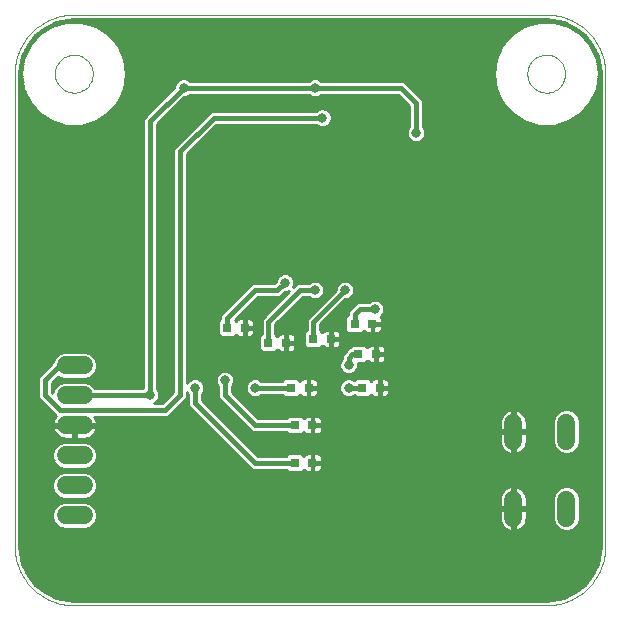
<source format=gtl>
G75*
G70*
%OFA0B0*%
%FSLAX24Y24*%
%IPPOS*%
%LPD*%
%AMOC8*
5,1,8,0,0,1.08239X$1,22.5*
%
%ADD10C,0.0000*%
%ADD11R,0.0315X0.0315*%
%ADD12C,0.0594*%
%ADD13C,0.0600*%
%ADD14C,0.0100*%
%ADD15C,0.0317*%
%ADD16C,0.0160*%
D10*
X000655Y002624D02*
X000655Y018372D01*
X001994Y018372D02*
X001996Y018422D01*
X002002Y018472D01*
X002012Y018521D01*
X002026Y018569D01*
X002043Y018616D01*
X002064Y018661D01*
X002089Y018705D01*
X002117Y018746D01*
X002149Y018785D01*
X002183Y018822D01*
X002220Y018856D01*
X002260Y018886D01*
X002302Y018913D01*
X002346Y018937D01*
X002392Y018958D01*
X002439Y018974D01*
X002487Y018987D01*
X002537Y018996D01*
X002586Y019001D01*
X002637Y019002D01*
X002687Y018999D01*
X002736Y018992D01*
X002785Y018981D01*
X002833Y018966D01*
X002879Y018948D01*
X002924Y018926D01*
X002967Y018900D01*
X003008Y018871D01*
X003047Y018839D01*
X003083Y018804D01*
X003115Y018766D01*
X003145Y018726D01*
X003172Y018683D01*
X003195Y018639D01*
X003214Y018593D01*
X003230Y018545D01*
X003242Y018496D01*
X003250Y018447D01*
X003254Y018397D01*
X003254Y018347D01*
X003250Y018297D01*
X003242Y018248D01*
X003230Y018199D01*
X003214Y018151D01*
X003195Y018105D01*
X003172Y018061D01*
X003145Y018018D01*
X003115Y017978D01*
X003083Y017940D01*
X003047Y017905D01*
X003008Y017873D01*
X002967Y017844D01*
X002924Y017818D01*
X002879Y017796D01*
X002833Y017778D01*
X002785Y017763D01*
X002736Y017752D01*
X002687Y017745D01*
X002637Y017742D01*
X002586Y017743D01*
X002537Y017748D01*
X002487Y017757D01*
X002439Y017770D01*
X002392Y017786D01*
X002346Y017807D01*
X002302Y017831D01*
X002260Y017858D01*
X002220Y017888D01*
X002183Y017922D01*
X002149Y017959D01*
X002117Y017998D01*
X002089Y018039D01*
X002064Y018083D01*
X002043Y018128D01*
X002026Y018175D01*
X002012Y018223D01*
X002002Y018272D01*
X001996Y018322D01*
X001994Y018372D01*
X000655Y018372D02*
X000657Y018466D01*
X000664Y018559D01*
X000675Y018652D01*
X000691Y018745D01*
X000711Y018836D01*
X000735Y018927D01*
X000763Y019016D01*
X000796Y019104D01*
X000833Y019190D01*
X000874Y019274D01*
X000919Y019357D01*
X000968Y019437D01*
X001020Y019514D01*
X001076Y019589D01*
X001136Y019661D01*
X001199Y019731D01*
X001265Y019797D01*
X001335Y019860D01*
X001407Y019920D01*
X001482Y019976D01*
X001559Y020028D01*
X001639Y020077D01*
X001722Y020122D01*
X001806Y020163D01*
X001892Y020200D01*
X001980Y020233D01*
X002069Y020261D01*
X002160Y020285D01*
X002251Y020305D01*
X002344Y020321D01*
X002437Y020332D01*
X002530Y020339D01*
X002624Y020341D01*
X002624Y020340D02*
X018372Y020340D01*
X017742Y018372D02*
X017744Y018422D01*
X017750Y018472D01*
X017760Y018521D01*
X017774Y018569D01*
X017791Y018616D01*
X017812Y018661D01*
X017837Y018705D01*
X017865Y018746D01*
X017897Y018785D01*
X017931Y018822D01*
X017968Y018856D01*
X018008Y018886D01*
X018050Y018913D01*
X018094Y018937D01*
X018140Y018958D01*
X018187Y018974D01*
X018235Y018987D01*
X018285Y018996D01*
X018334Y019001D01*
X018385Y019002D01*
X018435Y018999D01*
X018484Y018992D01*
X018533Y018981D01*
X018581Y018966D01*
X018627Y018948D01*
X018672Y018926D01*
X018715Y018900D01*
X018756Y018871D01*
X018795Y018839D01*
X018831Y018804D01*
X018863Y018766D01*
X018893Y018726D01*
X018920Y018683D01*
X018943Y018639D01*
X018962Y018593D01*
X018978Y018545D01*
X018990Y018496D01*
X018998Y018447D01*
X019002Y018397D01*
X019002Y018347D01*
X018998Y018297D01*
X018990Y018248D01*
X018978Y018199D01*
X018962Y018151D01*
X018943Y018105D01*
X018920Y018061D01*
X018893Y018018D01*
X018863Y017978D01*
X018831Y017940D01*
X018795Y017905D01*
X018756Y017873D01*
X018715Y017844D01*
X018672Y017818D01*
X018627Y017796D01*
X018581Y017778D01*
X018533Y017763D01*
X018484Y017752D01*
X018435Y017745D01*
X018385Y017742D01*
X018334Y017743D01*
X018285Y017748D01*
X018235Y017757D01*
X018187Y017770D01*
X018140Y017786D01*
X018094Y017807D01*
X018050Y017831D01*
X018008Y017858D01*
X017968Y017888D01*
X017931Y017922D01*
X017897Y017959D01*
X017865Y017998D01*
X017837Y018039D01*
X017812Y018083D01*
X017791Y018128D01*
X017774Y018175D01*
X017760Y018223D01*
X017750Y018272D01*
X017744Y018322D01*
X017742Y018372D01*
X018372Y020341D02*
X018466Y020339D01*
X018559Y020332D01*
X018652Y020321D01*
X018745Y020305D01*
X018836Y020285D01*
X018927Y020261D01*
X019016Y020233D01*
X019104Y020200D01*
X019190Y020163D01*
X019274Y020122D01*
X019356Y020077D01*
X019437Y020028D01*
X019514Y019976D01*
X019589Y019920D01*
X019661Y019860D01*
X019731Y019797D01*
X019797Y019731D01*
X019860Y019661D01*
X019920Y019589D01*
X019976Y019514D01*
X020028Y019437D01*
X020077Y019356D01*
X020122Y019274D01*
X020163Y019190D01*
X020200Y019104D01*
X020233Y019016D01*
X020261Y018927D01*
X020285Y018836D01*
X020305Y018745D01*
X020321Y018652D01*
X020332Y018559D01*
X020339Y018466D01*
X020341Y018372D01*
X020340Y018372D02*
X020340Y002624D01*
X020341Y002624D02*
X020339Y002530D01*
X020332Y002437D01*
X020321Y002344D01*
X020305Y002251D01*
X020285Y002160D01*
X020261Y002069D01*
X020233Y001980D01*
X020200Y001892D01*
X020163Y001806D01*
X020122Y001722D01*
X020077Y001640D01*
X020028Y001559D01*
X019976Y001482D01*
X019920Y001407D01*
X019860Y001335D01*
X019797Y001265D01*
X019731Y001199D01*
X019661Y001136D01*
X019589Y001076D01*
X019514Y001020D01*
X019437Y000968D01*
X019357Y000919D01*
X019274Y000874D01*
X019190Y000833D01*
X019104Y000796D01*
X019016Y000763D01*
X018927Y000735D01*
X018836Y000711D01*
X018745Y000691D01*
X018652Y000675D01*
X018559Y000664D01*
X018466Y000657D01*
X018372Y000655D01*
X002624Y000655D01*
X002530Y000657D01*
X002437Y000664D01*
X002344Y000675D01*
X002251Y000691D01*
X002160Y000711D01*
X002069Y000735D01*
X001980Y000763D01*
X001892Y000796D01*
X001806Y000833D01*
X001722Y000874D01*
X001639Y000919D01*
X001559Y000968D01*
X001482Y001020D01*
X001407Y001076D01*
X001335Y001136D01*
X001265Y001199D01*
X001199Y001265D01*
X001136Y001335D01*
X001076Y001407D01*
X001020Y001482D01*
X000968Y001559D01*
X000919Y001640D01*
X000874Y001722D01*
X000833Y001806D01*
X000796Y001892D01*
X000763Y001980D01*
X000735Y002069D01*
X000711Y002160D01*
X000691Y002251D01*
X000675Y002344D01*
X000664Y002437D01*
X000657Y002530D01*
X000655Y002624D01*
D11*
X007735Y009905D03*
X008325Y009905D03*
X009110Y009405D03*
X009700Y009405D03*
X010610Y009530D03*
X011200Y009530D03*
X011985Y010030D03*
X012575Y010030D03*
X012700Y009030D03*
X012110Y009030D03*
X012235Y007905D03*
X012825Y007905D03*
X010450Y007905D03*
X009860Y007905D03*
X009985Y006655D03*
X010575Y006655D03*
X010575Y005405D03*
X009985Y005405D03*
D12*
X002952Y005655D02*
X002358Y005655D01*
X002358Y006655D02*
X002952Y006655D01*
X002952Y007655D02*
X002358Y007655D01*
X002358Y008655D02*
X002952Y008655D01*
X002952Y004655D02*
X002358Y004655D01*
X002358Y003655D02*
X002952Y003655D01*
D13*
X017265Y003575D02*
X017265Y004175D01*
X019045Y004175D02*
X019045Y003575D01*
X019045Y006135D02*
X019045Y006735D01*
X017265Y006735D02*
X017265Y006135D01*
D14*
X001338Y001338D02*
X001084Y001656D01*
X000907Y002023D01*
X000816Y002420D01*
X000805Y002624D01*
X000805Y002656D01*
X000805Y002686D01*
X000805Y018372D01*
X000816Y018575D01*
X000907Y018972D01*
X001084Y019339D01*
X001338Y019658D01*
X001656Y019911D01*
X002023Y020088D01*
X002420Y020179D01*
X002624Y020190D01*
X018372Y020190D01*
X018575Y020179D01*
X018972Y020088D01*
X019339Y019911D01*
X019658Y019658D01*
X019911Y019339D01*
X020088Y018972D01*
X020179Y018575D01*
X020190Y018372D01*
X020190Y018319D01*
X020190Y018309D01*
X020190Y002624D01*
X020179Y002420D01*
X020088Y002023D01*
X019911Y001656D01*
X019658Y001338D01*
X019339Y001084D01*
X018972Y000907D01*
X018575Y000816D01*
X018372Y000805D01*
X018324Y000805D01*
X018309Y000805D01*
X002624Y000805D01*
X002420Y000816D01*
X002023Y000907D01*
X001656Y001084D01*
X001338Y001338D01*
X001332Y001345D02*
X019663Y001345D01*
X019742Y001443D02*
X001253Y001443D01*
X001175Y001542D02*
X019820Y001542D01*
X019899Y001641D02*
X001096Y001641D01*
X001044Y001739D02*
X019951Y001739D01*
X019999Y001838D02*
X000996Y001838D01*
X000949Y001936D02*
X020046Y001936D01*
X020091Y002035D02*
X000904Y002035D01*
X000882Y002133D02*
X020113Y002133D01*
X020136Y002232D02*
X000859Y002232D01*
X000837Y002330D02*
X020158Y002330D01*
X020179Y002429D02*
X000816Y002429D01*
X000810Y002527D02*
X020185Y002527D01*
X020190Y002626D02*
X000805Y002626D01*
X000805Y002725D02*
X020190Y002725D01*
X020190Y002823D02*
X000805Y002823D01*
X000805Y002922D02*
X020190Y002922D01*
X020190Y003020D02*
X000805Y003020D01*
X000805Y003119D02*
X020190Y003119D01*
X020190Y003217D02*
X019324Y003217D01*
X019300Y003194D02*
X019427Y003320D01*
X019495Y003486D01*
X019495Y004265D01*
X019427Y004430D01*
X019300Y004557D01*
X019135Y004625D01*
X018956Y004625D01*
X018790Y004557D01*
X018664Y004430D01*
X018595Y004265D01*
X018595Y003486D01*
X018664Y003320D01*
X018790Y003194D01*
X018956Y003125D01*
X019135Y003125D01*
X019300Y003194D01*
X019422Y003316D02*
X020190Y003316D01*
X020190Y003414D02*
X019466Y003414D01*
X019495Y003513D02*
X020190Y003513D01*
X020190Y003611D02*
X019495Y003611D01*
X019495Y003710D02*
X020190Y003710D01*
X020190Y003809D02*
X019495Y003809D01*
X019495Y003907D02*
X020190Y003907D01*
X020190Y004006D02*
X019495Y004006D01*
X019495Y004104D02*
X020190Y004104D01*
X020190Y004203D02*
X019495Y004203D01*
X019480Y004301D02*
X020190Y004301D01*
X020190Y004400D02*
X019439Y004400D01*
X019358Y004498D02*
X020190Y004498D01*
X020190Y004597D02*
X019203Y004597D01*
X018887Y004597D02*
X017423Y004597D01*
X017438Y004592D02*
X017370Y004614D01*
X017315Y004623D01*
X017315Y003925D01*
X017215Y003925D01*
X017215Y003825D01*
X016815Y003825D01*
X016815Y003540D01*
X016826Y003470D01*
X016848Y003402D01*
X016880Y003339D01*
X016922Y003282D01*
X016972Y003232D01*
X017029Y003190D01*
X017092Y003158D01*
X017160Y003136D01*
X017215Y003127D01*
X017215Y003825D01*
X017315Y003825D01*
X017315Y003127D01*
X017370Y003136D01*
X017438Y003158D01*
X017501Y003190D01*
X017558Y003232D01*
X017608Y003282D01*
X017650Y003339D01*
X017682Y003402D01*
X017704Y003470D01*
X017715Y003540D01*
X017715Y003825D01*
X017315Y003825D01*
X017315Y003925D01*
X017715Y003925D01*
X017715Y004211D01*
X017704Y004280D01*
X017682Y004348D01*
X017650Y004411D01*
X017608Y004468D01*
X017558Y004518D01*
X017501Y004560D01*
X017438Y004592D01*
X017315Y004597D02*
X017215Y004597D01*
X017215Y004623D02*
X017160Y004614D01*
X017092Y004592D01*
X017029Y004560D01*
X016972Y004518D01*
X016922Y004468D01*
X016880Y004411D01*
X016848Y004348D01*
X016826Y004280D01*
X016815Y004211D01*
X016815Y003925D01*
X017215Y003925D01*
X017215Y004623D01*
X017107Y004597D02*
X003399Y004597D01*
X003399Y004566D02*
X003399Y004744D01*
X003331Y004908D01*
X003205Y005034D01*
X003041Y005102D01*
X002269Y005102D01*
X002105Y005034D01*
X001979Y004908D01*
X001911Y004744D01*
X001911Y004566D01*
X001979Y004402D01*
X002105Y004276D01*
X002269Y004208D01*
X003041Y004208D01*
X003205Y004276D01*
X003331Y004402D01*
X003399Y004566D01*
X003371Y004498D02*
X016952Y004498D01*
X016875Y004400D02*
X003329Y004400D01*
X003230Y004301D02*
X016833Y004301D01*
X016815Y004203D02*
X000805Y004203D01*
X000805Y004301D02*
X002080Y004301D01*
X001982Y004400D02*
X000805Y004400D01*
X000805Y004498D02*
X001940Y004498D01*
X001911Y004597D02*
X000805Y004597D01*
X000805Y004695D02*
X001911Y004695D01*
X001932Y004794D02*
X000805Y004794D01*
X000805Y004892D02*
X001973Y004892D01*
X002062Y004991D02*
X000805Y004991D01*
X000805Y005090D02*
X002240Y005090D01*
X002269Y005208D02*
X002105Y005276D01*
X001979Y005402D01*
X001911Y005566D01*
X001911Y005744D01*
X001979Y005908D01*
X002105Y006034D01*
X002269Y006102D01*
X003041Y006102D01*
X003205Y006034D01*
X003331Y005908D01*
X003399Y005744D01*
X003399Y005566D01*
X003331Y005402D01*
X003205Y005276D01*
X003041Y005208D01*
X002269Y005208D01*
X002095Y005287D02*
X000805Y005287D01*
X000805Y005385D02*
X001996Y005385D01*
X001946Y005484D02*
X000805Y005484D01*
X000805Y005582D02*
X001911Y005582D01*
X001911Y005681D02*
X000805Y005681D01*
X000805Y005779D02*
X001926Y005779D01*
X001967Y005878D02*
X000805Y005878D01*
X000805Y005976D02*
X002048Y005976D01*
X002204Y006075D02*
X000805Y006075D01*
X000805Y006174D02*
X007561Y006174D01*
X007463Y006272D02*
X003184Y006272D01*
X003186Y006273D02*
X003243Y006314D01*
X003293Y006364D01*
X003334Y006421D01*
X003366Y006484D01*
X003388Y006550D01*
X003397Y006607D01*
X002704Y006607D01*
X002704Y006704D01*
X003397Y006704D01*
X003388Y006760D01*
X003366Y006827D01*
X003334Y006889D01*
X003308Y006925D01*
X005560Y006925D01*
X005750Y006925D01*
X006250Y007425D01*
X006385Y007560D01*
X006385Y007751D01*
X006394Y007730D01*
X006425Y007699D01*
X006425Y007500D01*
X006425Y007310D01*
X008425Y005310D01*
X008560Y005175D01*
X009688Y005175D01*
X009765Y005098D01*
X010204Y005098D01*
X010285Y005178D01*
X010298Y005156D01*
X010326Y005128D01*
X010360Y005108D01*
X010398Y005098D01*
X010547Y005098D01*
X010547Y005376D01*
X010604Y005376D01*
X010604Y005098D01*
X010753Y005098D01*
X010791Y005108D01*
X010825Y005128D01*
X010853Y005156D01*
X010873Y005190D01*
X010883Y005228D01*
X010883Y005376D01*
X010604Y005376D01*
X010604Y005434D01*
X010547Y005434D01*
X010547Y005713D01*
X010398Y005713D01*
X010360Y005702D01*
X010326Y005683D01*
X010298Y005655D01*
X010285Y005632D01*
X010204Y005713D01*
X009765Y005713D01*
X009688Y005635D01*
X008750Y005635D01*
X006885Y007500D01*
X006885Y007699D01*
X006917Y007730D01*
X006964Y007844D01*
X006964Y007966D01*
X006917Y008080D01*
X006830Y008167D01*
X006716Y008214D01*
X006594Y008214D01*
X006480Y008167D01*
X006394Y008080D01*
X006385Y008059D01*
X006385Y015685D01*
X007375Y016675D01*
X010699Y016675D01*
X010730Y016644D01*
X010844Y016597D01*
X010966Y016597D01*
X011080Y016644D01*
X011167Y016730D01*
X011214Y016844D01*
X011214Y016966D01*
X011167Y017080D01*
X011080Y017167D01*
X010966Y017214D01*
X010844Y017214D01*
X010730Y017167D01*
X010699Y017135D01*
X007375Y017135D01*
X007185Y017135D01*
X005925Y015875D01*
X005925Y015685D01*
X005925Y007750D01*
X005450Y007750D01*
X005464Y007716D02*
X005417Y007830D01*
X005385Y007861D01*
X005385Y016685D01*
X006297Y017597D01*
X006341Y017597D01*
X006455Y017644D01*
X006486Y017675D01*
X010449Y017675D01*
X010480Y017644D01*
X010594Y017597D01*
X010716Y017597D01*
X010830Y017644D01*
X010861Y017675D01*
X013435Y017675D01*
X013800Y017310D01*
X013800Y016611D01*
X013769Y016580D01*
X013722Y016466D01*
X013722Y016344D01*
X013769Y016230D01*
X013855Y016144D01*
X013969Y016097D01*
X014091Y016097D01*
X014205Y016144D01*
X014292Y016230D01*
X014339Y016344D01*
X014339Y016466D01*
X014292Y016580D01*
X014260Y016611D01*
X014260Y017310D01*
X014260Y017500D01*
X013760Y018000D01*
X013625Y018135D01*
X010861Y018135D01*
X010830Y018167D01*
X010716Y018214D01*
X010594Y018214D01*
X010480Y018167D01*
X010449Y018135D01*
X006486Y018135D01*
X006455Y018167D01*
X006341Y018214D01*
X006219Y018214D01*
X006105Y018167D01*
X006019Y018080D01*
X005972Y017966D01*
X005972Y017922D01*
X004925Y016875D01*
X004925Y016685D01*
X004925Y007885D01*
X003340Y007885D01*
X003331Y007908D01*
X003205Y008034D01*
X003041Y008102D01*
X002269Y008102D01*
X002105Y008034D01*
X001979Y007908D01*
X001911Y007744D01*
X001911Y007724D01*
X001885Y007750D01*
X001914Y007750D01*
X001885Y007750D02*
X001885Y008060D01*
X002103Y008278D01*
X002105Y008276D01*
X002269Y008208D01*
X003041Y008208D01*
X003205Y008276D01*
X003331Y008402D01*
X003399Y008566D01*
X003399Y008744D01*
X003331Y008908D01*
X003205Y009034D01*
X003041Y009102D01*
X002269Y009102D01*
X002105Y009034D01*
X001979Y008908D01*
X001911Y008744D01*
X001911Y008737D01*
X001560Y008385D01*
X001425Y008250D01*
X001425Y007750D01*
X000805Y007750D01*
X000805Y007652D02*
X001425Y007652D01*
X001425Y007560D02*
X001925Y007060D01*
X002028Y006957D01*
X002017Y006946D01*
X001976Y006889D01*
X001944Y006827D01*
X001922Y006760D01*
X001914Y006704D01*
X002606Y006704D01*
X002606Y006607D01*
X001914Y006607D01*
X001922Y006550D01*
X001944Y006484D01*
X001976Y006421D01*
X002017Y006364D01*
X002067Y006314D01*
X002124Y006273D01*
X002187Y006241D01*
X002254Y006219D01*
X002323Y006208D01*
X002607Y006208D01*
X002607Y006606D01*
X002704Y006606D01*
X002704Y006208D01*
X002987Y006208D01*
X003057Y006219D01*
X003124Y006241D01*
X003186Y006273D01*
X003298Y006371D02*
X007364Y006371D01*
X007266Y006469D02*
X003359Y006469D01*
X003391Y006568D02*
X007167Y006568D01*
X007069Y006666D02*
X002704Y006666D01*
X002606Y006666D02*
X000805Y006666D01*
X000805Y006568D02*
X001920Y006568D01*
X001951Y006469D02*
X000805Y006469D01*
X000805Y006371D02*
X002013Y006371D01*
X002126Y006272D02*
X000805Y006272D01*
X000805Y006765D02*
X001924Y006765D01*
X001963Y006863D02*
X000805Y006863D01*
X000805Y006962D02*
X002023Y006962D01*
X001925Y007060D02*
X000805Y007060D01*
X000805Y007159D02*
X001826Y007159D01*
X001727Y007258D02*
X000805Y007258D01*
X000805Y007356D02*
X001629Y007356D01*
X001530Y007455D02*
X000805Y007455D01*
X000805Y007553D02*
X001432Y007553D01*
X001425Y007560D02*
X001425Y007750D01*
X001425Y007849D02*
X000805Y007849D01*
X000805Y007947D02*
X001425Y007947D01*
X001425Y008046D02*
X000805Y008046D01*
X000805Y008144D02*
X001425Y008144D01*
X001425Y008243D02*
X000805Y008243D01*
X000805Y008341D02*
X001516Y008341D01*
X001615Y008440D02*
X000805Y008440D01*
X000805Y008539D02*
X001713Y008539D01*
X001812Y008637D02*
X000805Y008637D01*
X000805Y008736D02*
X001910Y008736D01*
X001949Y008834D02*
X000805Y008834D01*
X000805Y008933D02*
X002004Y008933D01*
X002103Y009031D02*
X000805Y009031D01*
X000805Y009130D02*
X004925Y009130D01*
X004925Y009228D02*
X000805Y009228D01*
X000805Y009327D02*
X004925Y009327D01*
X004925Y009425D02*
X000805Y009425D01*
X000805Y009524D02*
X004925Y009524D01*
X004925Y009623D02*
X000805Y009623D01*
X000805Y009721D02*
X004925Y009721D01*
X004925Y009820D02*
X000805Y009820D01*
X000805Y009918D02*
X004925Y009918D01*
X004925Y010017D02*
X000805Y010017D01*
X000805Y010115D02*
X004925Y010115D01*
X004925Y010214D02*
X000805Y010214D01*
X000805Y010312D02*
X004925Y010312D01*
X004925Y010411D02*
X000805Y010411D01*
X000805Y010509D02*
X004925Y010509D01*
X004925Y010608D02*
X000805Y010608D01*
X000805Y010707D02*
X004925Y010707D01*
X004925Y010805D02*
X000805Y010805D01*
X000805Y010904D02*
X004925Y010904D01*
X004925Y011002D02*
X000805Y011002D01*
X000805Y011101D02*
X004925Y011101D01*
X004925Y011199D02*
X000805Y011199D01*
X000805Y011298D02*
X004925Y011298D01*
X004925Y011396D02*
X000805Y011396D01*
X000805Y011495D02*
X004925Y011495D01*
X004925Y011593D02*
X000805Y011593D01*
X000805Y011692D02*
X004925Y011692D01*
X004925Y011791D02*
X000805Y011791D01*
X000805Y011889D02*
X004925Y011889D01*
X004925Y011988D02*
X000805Y011988D01*
X000805Y012086D02*
X004925Y012086D01*
X004925Y012185D02*
X000805Y012185D01*
X000805Y012283D02*
X004925Y012283D01*
X004925Y012382D02*
X000805Y012382D01*
X000805Y012480D02*
X004925Y012480D01*
X004925Y012579D02*
X000805Y012579D01*
X000805Y012677D02*
X004925Y012677D01*
X004925Y012776D02*
X000805Y012776D01*
X000805Y012874D02*
X004925Y012874D01*
X004925Y012973D02*
X000805Y012973D01*
X000805Y013072D02*
X004925Y013072D01*
X004925Y013170D02*
X000805Y013170D01*
X000805Y013269D02*
X004925Y013269D01*
X004925Y013367D02*
X000805Y013367D01*
X000805Y013466D02*
X004925Y013466D01*
X004925Y013564D02*
X000805Y013564D01*
X000805Y013663D02*
X004925Y013663D01*
X004925Y013761D02*
X000805Y013761D01*
X000805Y013860D02*
X004925Y013860D01*
X004925Y013958D02*
X000805Y013958D01*
X000805Y014057D02*
X004925Y014057D01*
X004925Y014156D02*
X000805Y014156D01*
X000805Y014254D02*
X004925Y014254D01*
X004925Y014353D02*
X000805Y014353D01*
X000805Y014451D02*
X004925Y014451D01*
X004925Y014550D02*
X000805Y014550D01*
X000805Y014648D02*
X004925Y014648D01*
X004925Y014747D02*
X000805Y014747D01*
X000805Y014845D02*
X004925Y014845D01*
X004925Y014944D02*
X000805Y014944D01*
X000805Y015042D02*
X004925Y015042D01*
X004925Y015141D02*
X000805Y015141D01*
X000805Y015240D02*
X004925Y015240D01*
X004925Y015338D02*
X000805Y015338D01*
X000805Y015437D02*
X004925Y015437D01*
X004925Y015535D02*
X000805Y015535D01*
X000805Y015634D02*
X004925Y015634D01*
X004925Y015732D02*
X000805Y015732D01*
X000805Y015831D02*
X004925Y015831D01*
X004925Y015929D02*
X000805Y015929D01*
X000805Y016028D02*
X004925Y016028D01*
X004925Y016126D02*
X000805Y016126D01*
X000805Y016225D02*
X004925Y016225D01*
X004925Y016324D02*
X000805Y016324D01*
X000805Y016422D02*
X004925Y016422D01*
X004925Y016521D02*
X000805Y016521D01*
X000805Y016619D02*
X004925Y016619D01*
X004925Y016718D02*
X003139Y016718D01*
X003351Y016780D02*
X003351Y016780D01*
X003770Y017049D01*
X004096Y017426D01*
X004303Y017879D01*
X004374Y018372D01*
X004303Y018865D01*
X004096Y019318D01*
X003770Y019694D01*
X003770Y019694D01*
X003351Y019963D01*
X003351Y019963D01*
X002873Y020104D01*
X002873Y020104D01*
X002375Y020104D01*
X002375Y020104D01*
X001897Y019963D01*
X001478Y019694D01*
X001478Y019694D01*
X001151Y019318D01*
X001151Y019318D01*
X000944Y018865D01*
X000944Y018865D01*
X000874Y018372D01*
X000874Y018372D01*
X000944Y017879D01*
X000944Y017879D01*
X001151Y017426D01*
X001151Y017426D01*
X001478Y017049D01*
X001897Y016780D01*
X002375Y016639D01*
X002873Y016639D01*
X003351Y016780D01*
X003407Y016816D02*
X004925Y016816D01*
X004965Y016915D02*
X003561Y016915D01*
X003714Y017013D02*
X005063Y017013D01*
X005162Y017112D02*
X003824Y017112D01*
X003770Y017049D02*
X003770Y017049D01*
X003770Y017049D01*
X003909Y017210D02*
X005260Y017210D01*
X005359Y017309D02*
X003995Y017309D01*
X004080Y017407D02*
X005457Y017407D01*
X005556Y017506D02*
X004133Y017506D01*
X004096Y017426D02*
X004096Y017426D01*
X004178Y017605D02*
X005654Y017605D01*
X005753Y017703D02*
X004223Y017703D01*
X004268Y017802D02*
X005851Y017802D01*
X005950Y017900D02*
X004306Y017900D01*
X004303Y017879D02*
X004303Y017879D01*
X004320Y017999D02*
X005985Y017999D01*
X006036Y018097D02*
X004334Y018097D01*
X004348Y018196D02*
X006176Y018196D01*
X006384Y018196D02*
X010551Y018196D01*
X010759Y018196D02*
X016647Y018196D01*
X016633Y018294D02*
X004362Y018294D01*
X004371Y018393D02*
X016625Y018393D01*
X016622Y018372D02*
X016622Y018372D01*
X016693Y018865D01*
X016693Y018865D01*
X016899Y019318D01*
X016899Y019318D01*
X017226Y019694D01*
X017226Y019694D01*
X017645Y019963D01*
X017645Y019963D01*
X018123Y020104D01*
X018123Y020104D01*
X018621Y020104D01*
X018621Y020104D01*
X019099Y019963D01*
X019099Y019963D01*
X019518Y019694D01*
X019518Y019694D01*
X019844Y019318D01*
X019844Y019318D01*
X020051Y018865D01*
X020051Y018865D01*
X020122Y018372D01*
X020051Y017879D01*
X020051Y017879D01*
X019844Y017426D01*
X019844Y017426D01*
X019518Y017049D01*
X019518Y017049D01*
X019099Y016780D01*
X018621Y016639D01*
X018123Y016639D01*
X018123Y016639D01*
X017645Y016780D01*
X017645Y016780D01*
X017226Y017049D01*
X017226Y017049D01*
X016899Y017426D01*
X016899Y017426D01*
X016693Y017879D01*
X016693Y017879D01*
X016622Y018372D01*
X016639Y018491D02*
X004356Y018491D01*
X004342Y018590D02*
X016653Y018590D01*
X016667Y018689D02*
X004328Y018689D01*
X004314Y018787D02*
X016681Y018787D01*
X016702Y018886D02*
X004293Y018886D01*
X004303Y018865D02*
X004303Y018865D01*
X004248Y018984D02*
X016747Y018984D01*
X016792Y019083D02*
X004203Y019083D01*
X004158Y019181D02*
X016837Y019181D01*
X016882Y019280D02*
X004113Y019280D01*
X004096Y019318D02*
X004096Y019318D01*
X004043Y019378D02*
X016952Y019378D01*
X017037Y019477D02*
X003958Y019477D01*
X003873Y019575D02*
X017123Y019575D01*
X017208Y019674D02*
X003787Y019674D01*
X003648Y019773D02*
X017348Y019773D01*
X017226Y019694D02*
X017226Y019694D01*
X017501Y019871D02*
X003494Y019871D01*
X003330Y019970D02*
X017666Y019970D01*
X018001Y020068D02*
X002994Y020068D01*
X002367Y020167D02*
X018628Y020167D01*
X018742Y020068D02*
X019014Y020068D01*
X019078Y019970D02*
X019218Y019970D01*
X019242Y019871D02*
X019390Y019871D01*
X019396Y019773D02*
X019513Y019773D01*
X019535Y019674D02*
X019637Y019674D01*
X019621Y019575D02*
X019723Y019575D01*
X019706Y019477D02*
X019802Y019477D01*
X019791Y019378D02*
X019880Y019378D01*
X019861Y019280D02*
X019940Y019280D01*
X019906Y019181D02*
X019987Y019181D01*
X019951Y019083D02*
X020035Y019083D01*
X019996Y018984D02*
X020082Y018984D01*
X020108Y018886D02*
X020041Y018886D01*
X020062Y018787D02*
X020130Y018787D01*
X020153Y018689D02*
X020076Y018689D01*
X020090Y018590D02*
X020175Y018590D01*
X020183Y018491D02*
X020104Y018491D01*
X020119Y018393D02*
X020189Y018393D01*
X020190Y018294D02*
X020110Y018294D01*
X020096Y018196D02*
X020190Y018196D01*
X020190Y018097D02*
X020082Y018097D01*
X020068Y017999D02*
X020190Y017999D01*
X020190Y017900D02*
X020054Y017900D01*
X020016Y017802D02*
X020190Y017802D01*
X020190Y017703D02*
X019971Y017703D01*
X019926Y017605D02*
X020190Y017605D01*
X020190Y017506D02*
X019881Y017506D01*
X019828Y017407D02*
X020190Y017407D01*
X020190Y017309D02*
X019743Y017309D01*
X019657Y017210D02*
X020190Y017210D01*
X020190Y017112D02*
X019572Y017112D01*
X019462Y017013D02*
X020190Y017013D01*
X020190Y016915D02*
X019309Y016915D01*
X019155Y016816D02*
X020190Y016816D01*
X020190Y016718D02*
X018887Y016718D01*
X017856Y016718D02*
X014260Y016718D01*
X014260Y016816D02*
X017588Y016816D01*
X017435Y016915D02*
X014260Y016915D01*
X014260Y017013D02*
X017281Y017013D01*
X017171Y017112D02*
X014260Y017112D01*
X014260Y017210D02*
X017086Y017210D01*
X017000Y017309D02*
X014260Y017309D01*
X014260Y017407D02*
X016915Y017407D01*
X016863Y017506D02*
X014254Y017506D01*
X014156Y017605D02*
X016818Y017605D01*
X016773Y017703D02*
X014057Y017703D01*
X013959Y017802D02*
X016728Y017802D01*
X016689Y017900D02*
X013860Y017900D01*
X013762Y017999D02*
X016675Y017999D01*
X016661Y018097D02*
X013663Y018097D01*
X013505Y017605D02*
X010735Y017605D01*
X010575Y017605D02*
X006360Y017605D01*
X006206Y017506D02*
X013604Y017506D01*
X013702Y017407D02*
X006108Y017407D01*
X006009Y017309D02*
X013800Y017309D01*
X013800Y017210D02*
X010974Y017210D01*
X010836Y017210D02*
X005911Y017210D01*
X005812Y017112D02*
X007162Y017112D01*
X007063Y017013D02*
X005714Y017013D01*
X005615Y016915D02*
X006965Y016915D01*
X006866Y016816D02*
X005516Y016816D01*
X005418Y016718D02*
X006767Y016718D01*
X006669Y016619D02*
X005385Y016619D01*
X005385Y016521D02*
X006570Y016521D01*
X006472Y016422D02*
X005385Y016422D01*
X005385Y016324D02*
X006373Y016324D01*
X006275Y016225D02*
X005385Y016225D01*
X005385Y016126D02*
X006176Y016126D01*
X006078Y016028D02*
X005385Y016028D01*
X005385Y015929D02*
X005979Y015929D01*
X005925Y015831D02*
X005385Y015831D01*
X005385Y015732D02*
X005925Y015732D01*
X005925Y015634D02*
X005385Y015634D01*
X005385Y015535D02*
X005925Y015535D01*
X005925Y015437D02*
X005385Y015437D01*
X005385Y015338D02*
X005925Y015338D01*
X005925Y015240D02*
X005385Y015240D01*
X005385Y015141D02*
X005925Y015141D01*
X005925Y015042D02*
X005385Y015042D01*
X005385Y014944D02*
X005925Y014944D01*
X005925Y014845D02*
X005385Y014845D01*
X005385Y014747D02*
X005925Y014747D01*
X005925Y014648D02*
X005385Y014648D01*
X005385Y014550D02*
X005925Y014550D01*
X005925Y014451D02*
X005385Y014451D01*
X005385Y014353D02*
X005925Y014353D01*
X005925Y014254D02*
X005385Y014254D01*
X005385Y014156D02*
X005925Y014156D01*
X005925Y014057D02*
X005385Y014057D01*
X005385Y013958D02*
X005925Y013958D01*
X005925Y013860D02*
X005385Y013860D01*
X005385Y013761D02*
X005925Y013761D01*
X005925Y013663D02*
X005385Y013663D01*
X005385Y013564D02*
X005925Y013564D01*
X005925Y013466D02*
X005385Y013466D01*
X005385Y013367D02*
X005925Y013367D01*
X005925Y013269D02*
X005385Y013269D01*
X005385Y013170D02*
X005925Y013170D01*
X005925Y013072D02*
X005385Y013072D01*
X005385Y012973D02*
X005925Y012973D01*
X005925Y012874D02*
X005385Y012874D01*
X005385Y012776D02*
X005925Y012776D01*
X005925Y012677D02*
X005385Y012677D01*
X005385Y012579D02*
X005925Y012579D01*
X005925Y012480D02*
X005385Y012480D01*
X005385Y012382D02*
X005925Y012382D01*
X005925Y012283D02*
X005385Y012283D01*
X005385Y012185D02*
X005925Y012185D01*
X005925Y012086D02*
X005385Y012086D01*
X005385Y011988D02*
X005925Y011988D01*
X005925Y011889D02*
X005385Y011889D01*
X005385Y011791D02*
X005925Y011791D01*
X005925Y011692D02*
X005385Y011692D01*
X005385Y011593D02*
X005925Y011593D01*
X005925Y011495D02*
X005385Y011495D01*
X005385Y011396D02*
X005925Y011396D01*
X005925Y011298D02*
X005385Y011298D01*
X005385Y011199D02*
X005925Y011199D01*
X005925Y011101D02*
X005385Y011101D01*
X005385Y011002D02*
X005925Y011002D01*
X005925Y010904D02*
X005385Y010904D01*
X005385Y010805D02*
X005925Y010805D01*
X005925Y010707D02*
X005385Y010707D01*
X005385Y010608D02*
X005925Y010608D01*
X005925Y010509D02*
X005385Y010509D01*
X005385Y010411D02*
X005925Y010411D01*
X005925Y010312D02*
X005385Y010312D01*
X005385Y010214D02*
X005925Y010214D01*
X005925Y010115D02*
X005385Y010115D01*
X005385Y010017D02*
X005925Y010017D01*
X005925Y009918D02*
X005385Y009918D01*
X005385Y009820D02*
X005925Y009820D01*
X005925Y009721D02*
X005385Y009721D01*
X005385Y009623D02*
X005925Y009623D01*
X005925Y009524D02*
X005385Y009524D01*
X005385Y009425D02*
X005925Y009425D01*
X005925Y009327D02*
X005385Y009327D01*
X005385Y009228D02*
X005925Y009228D01*
X005925Y009130D02*
X005385Y009130D01*
X005385Y009031D02*
X005925Y009031D01*
X005925Y008933D02*
X005385Y008933D01*
X005385Y008834D02*
X005925Y008834D01*
X005925Y008736D02*
X005385Y008736D01*
X005385Y008637D02*
X005925Y008637D01*
X005925Y008539D02*
X005385Y008539D01*
X005385Y008440D02*
X005925Y008440D01*
X005925Y008341D02*
X005385Y008341D01*
X005385Y008243D02*
X005925Y008243D01*
X005925Y008144D02*
X005385Y008144D01*
X005385Y008046D02*
X005925Y008046D01*
X005925Y007947D02*
X005385Y007947D01*
X005398Y007849D02*
X005925Y007849D01*
X005925Y007750D02*
X005560Y007385D01*
X005309Y007385D01*
X005330Y007394D01*
X005417Y007480D01*
X005464Y007594D01*
X005464Y007716D01*
X005464Y007652D02*
X005826Y007652D01*
X005728Y007553D02*
X005447Y007553D01*
X005391Y007455D02*
X005629Y007455D01*
X005984Y007159D02*
X006576Y007159D01*
X006477Y007258D02*
X006083Y007258D01*
X006181Y007356D02*
X006425Y007356D01*
X006425Y007455D02*
X006280Y007455D01*
X006378Y007553D02*
X006425Y007553D01*
X006425Y007652D02*
X006385Y007652D01*
X006385Y007750D02*
X006385Y007750D01*
X006385Y008144D02*
X006458Y008144D01*
X006385Y008243D02*
X007358Y008243D01*
X007347Y008216D02*
X007347Y008094D01*
X007394Y007980D01*
X007425Y007949D01*
X007425Y007750D01*
X006925Y007750D01*
X006964Y007849D02*
X007425Y007849D01*
X007425Y007947D02*
X006964Y007947D01*
X006931Y008046D02*
X007366Y008046D01*
X007347Y008144D02*
X006852Y008144D01*
X006385Y008341D02*
X007405Y008341D01*
X007394Y008330D02*
X007347Y008216D01*
X007394Y008330D02*
X007480Y008417D01*
X007594Y008464D01*
X007716Y008464D01*
X007830Y008417D01*
X007917Y008330D01*
X007964Y008216D01*
X007964Y008094D01*
X007917Y007980D01*
X007885Y007949D01*
X007885Y007750D01*
X008385Y007750D01*
X008394Y007730D02*
X008480Y007644D01*
X008594Y007597D01*
X008716Y007597D01*
X008830Y007644D01*
X008861Y007675D01*
X009563Y007675D01*
X009640Y007598D01*
X010079Y007598D01*
X010160Y007678D01*
X010173Y007656D01*
X010201Y007628D01*
X010235Y007608D01*
X010273Y007598D01*
X010422Y007598D01*
X010422Y007876D01*
X010479Y007876D01*
X010479Y007598D01*
X010628Y007598D01*
X010666Y007608D01*
X010700Y007628D01*
X010728Y007656D01*
X010748Y007690D01*
X010758Y007728D01*
X010758Y007876D01*
X010479Y007876D01*
X010479Y007934D01*
X010422Y007934D01*
X010422Y008213D01*
X010273Y008213D01*
X010235Y008202D01*
X010201Y008183D01*
X010173Y008155D01*
X010160Y008132D01*
X010079Y008213D01*
X009640Y008213D01*
X009563Y008135D01*
X008861Y008135D01*
X008830Y008167D01*
X008716Y008214D01*
X008594Y008214D01*
X008480Y008167D01*
X008394Y008080D01*
X008347Y007966D01*
X008347Y007844D01*
X008394Y007730D01*
X008472Y007652D02*
X007984Y007652D01*
X008082Y007553D02*
X020190Y007553D01*
X020190Y007455D02*
X008181Y007455D01*
X008279Y007356D02*
X020190Y007356D01*
X020190Y007258D02*
X008378Y007258D01*
X008476Y007159D02*
X017113Y007159D01*
X017092Y007152D02*
X017029Y007120D01*
X016972Y007078D01*
X016922Y007028D01*
X016880Y006971D01*
X016848Y006908D01*
X016826Y006840D01*
X016815Y006771D01*
X016815Y006485D01*
X017215Y006485D01*
X017215Y006385D01*
X016815Y006385D01*
X016815Y006100D01*
X016826Y006030D01*
X016848Y005962D01*
X016880Y005899D01*
X016922Y005842D01*
X016972Y005792D01*
X017029Y005750D01*
X017092Y005718D01*
X017160Y005696D01*
X017215Y005687D01*
X017215Y006385D01*
X017315Y006385D01*
X017315Y005687D01*
X017370Y005696D01*
X017438Y005718D01*
X017501Y005750D01*
X017558Y005792D01*
X017608Y005842D01*
X017650Y005899D01*
X017682Y005962D01*
X017704Y006030D01*
X017715Y006100D01*
X017715Y006385D01*
X017315Y006385D01*
X017315Y006485D01*
X017215Y006485D01*
X017215Y007183D01*
X017160Y007174D01*
X017092Y007152D01*
X017215Y007159D02*
X017315Y007159D01*
X017315Y007183D02*
X017315Y006485D01*
X017715Y006485D01*
X017715Y006771D01*
X017704Y006840D01*
X017682Y006908D01*
X017650Y006971D01*
X017608Y007028D01*
X017558Y007078D01*
X017501Y007120D01*
X017438Y007152D01*
X017370Y007174D01*
X017315Y007183D01*
X017417Y007159D02*
X018893Y007159D01*
X018956Y007185D02*
X018790Y007117D01*
X018664Y006990D01*
X018595Y006825D01*
X018595Y006046D01*
X018664Y005880D01*
X018790Y005754D01*
X018956Y005685D01*
X019135Y005685D01*
X019300Y005754D01*
X019427Y005880D01*
X019495Y006046D01*
X019495Y006825D01*
X019427Y006990D01*
X019300Y007117D01*
X019135Y007185D01*
X018956Y007185D01*
X019198Y007159D02*
X020190Y007159D01*
X020190Y007060D02*
X019356Y007060D01*
X019438Y006962D02*
X020190Y006962D01*
X020190Y006863D02*
X019479Y006863D01*
X019495Y006765D02*
X020190Y006765D01*
X020190Y006666D02*
X019495Y006666D01*
X019495Y006568D02*
X020190Y006568D01*
X020190Y006469D02*
X019495Y006469D01*
X019495Y006371D02*
X020190Y006371D01*
X020190Y006272D02*
X019495Y006272D01*
X019495Y006174D02*
X020190Y006174D01*
X020190Y006075D02*
X019495Y006075D01*
X019466Y005976D02*
X020190Y005976D01*
X020190Y005878D02*
X019424Y005878D01*
X019326Y005779D02*
X020190Y005779D01*
X020190Y005681D02*
X010827Y005681D01*
X010825Y005683D02*
X010791Y005702D01*
X010753Y005713D01*
X010604Y005713D01*
X010604Y005434D01*
X010883Y005434D01*
X010883Y005582D01*
X020190Y005582D01*
X020190Y005484D02*
X010883Y005484D01*
X010883Y005582D02*
X010873Y005620D01*
X010853Y005655D01*
X010825Y005683D01*
X010604Y005681D02*
X010547Y005681D01*
X010547Y005582D02*
X010604Y005582D01*
X010604Y005484D02*
X010547Y005484D01*
X010604Y005385D02*
X020190Y005385D01*
X020190Y005287D02*
X010883Y005287D01*
X010872Y005188D02*
X020190Y005188D01*
X020190Y005090D02*
X003071Y005090D01*
X003248Y004991D02*
X020190Y004991D01*
X020190Y004892D02*
X003337Y004892D01*
X003378Y004794D02*
X020190Y004794D01*
X020190Y004695D02*
X003399Y004695D01*
X003215Y005287D02*
X008448Y005287D01*
X008350Y005385D02*
X003314Y005385D01*
X003365Y005484D02*
X008251Y005484D01*
X008153Y005582D02*
X003399Y005582D01*
X003399Y005681D02*
X008054Y005681D01*
X007956Y005779D02*
X003384Y005779D01*
X003343Y005878D02*
X007857Y005878D01*
X007759Y005976D02*
X003263Y005976D01*
X003106Y006075D02*
X007660Y006075D01*
X008015Y006371D02*
X009742Y006371D01*
X009765Y006348D02*
X010204Y006348D01*
X010285Y006428D01*
X010298Y006406D01*
X010326Y006378D01*
X010360Y006358D01*
X010398Y006348D01*
X010547Y006348D01*
X010547Y006626D01*
X010604Y006626D01*
X010604Y006348D01*
X010753Y006348D01*
X010791Y006358D01*
X010825Y006378D01*
X010853Y006406D01*
X010873Y006440D01*
X010883Y006478D01*
X010883Y006626D01*
X010604Y006626D01*
X010604Y006684D01*
X010547Y006684D01*
X010547Y006963D01*
X010398Y006963D01*
X010360Y006952D01*
X010326Y006933D01*
X010298Y006905D01*
X010285Y006882D01*
X010204Y006963D01*
X009765Y006963D01*
X009688Y006885D01*
X008750Y006885D01*
X007885Y007750D01*
X007885Y007849D02*
X008347Y007849D01*
X008347Y007947D02*
X007885Y007947D01*
X007944Y008046D02*
X008380Y008046D01*
X008458Y008144D02*
X007964Y008144D01*
X007953Y008243D02*
X020190Y008243D01*
X020190Y008341D02*
X007905Y008341D01*
X007773Y008440D02*
X011559Y008440D01*
X011519Y008480D02*
X011605Y008394D01*
X011719Y008347D01*
X011841Y008347D01*
X011955Y008394D01*
X012042Y008480D01*
X012089Y008594D01*
X012089Y008716D01*
X012086Y008723D01*
X012329Y008723D01*
X012410Y008803D01*
X012423Y008781D01*
X012451Y008753D01*
X012485Y008733D01*
X012523Y008723D01*
X012672Y008723D01*
X012672Y009001D01*
X012729Y009001D01*
X012729Y008723D01*
X012878Y008723D01*
X012916Y008733D01*
X012950Y008753D01*
X012978Y008781D01*
X012998Y008815D01*
X013008Y008853D01*
X013008Y009001D01*
X012729Y009001D01*
X012729Y009059D01*
X012672Y009059D01*
X012672Y009338D01*
X012523Y009338D01*
X012485Y009327D01*
X012451Y009308D01*
X012423Y009280D01*
X012410Y009257D01*
X012329Y009338D01*
X011890Y009338D01*
X011813Y009260D01*
X011810Y009260D01*
X011685Y009135D01*
X011550Y009000D01*
X011550Y008861D01*
X011519Y008830D01*
X011472Y008716D01*
X011472Y008594D01*
X011519Y008480D01*
X011495Y008539D02*
X006385Y008539D01*
X006385Y008637D02*
X011472Y008637D01*
X011480Y008736D02*
X006385Y008736D01*
X006385Y008834D02*
X011523Y008834D01*
X011550Y008933D02*
X006385Y008933D01*
X006385Y009031D02*
X011581Y009031D01*
X011680Y009130D02*
X009952Y009130D01*
X009950Y009128D02*
X009978Y009156D01*
X009998Y009190D01*
X010008Y009228D01*
X010008Y009376D01*
X009729Y009376D01*
X009729Y009098D01*
X009878Y009098D01*
X009916Y009108D01*
X009950Y009128D01*
X010008Y009228D02*
X010384Y009228D01*
X010390Y009223D02*
X010829Y009223D01*
X010910Y009303D01*
X010923Y009281D01*
X010951Y009253D01*
X010985Y009233D01*
X011023Y009223D01*
X011172Y009223D01*
X011172Y009501D01*
X011229Y009501D01*
X011229Y009223D01*
X011378Y009223D01*
X011416Y009233D01*
X011450Y009253D01*
X011478Y009281D01*
X011498Y009315D01*
X011508Y009353D01*
X011508Y009501D01*
X011229Y009501D01*
X011229Y009559D01*
X011172Y009559D01*
X011172Y009838D01*
X011023Y009838D01*
X010985Y009827D01*
X010951Y009808D01*
X010923Y009780D01*
X010910Y009757D01*
X010840Y009827D01*
X010840Y010015D01*
X011672Y010847D01*
X011716Y010847D01*
X011830Y010894D01*
X011917Y010980D01*
X011964Y011094D01*
X011964Y011216D01*
X011917Y011330D01*
X011830Y011417D01*
X011716Y011464D01*
X011594Y011464D01*
X011480Y011417D01*
X011394Y011330D01*
X011347Y011216D01*
X011347Y011172D01*
X010380Y010205D01*
X010380Y010015D01*
X010380Y009827D01*
X010302Y009750D01*
X010302Y009310D01*
X010390Y009223D01*
X010302Y009327D02*
X010008Y009327D01*
X010008Y009434D02*
X010008Y009582D01*
X009998Y009620D01*
X009978Y009655D01*
X009950Y009683D01*
X009916Y009702D01*
X009878Y009713D01*
X009729Y009713D01*
X009729Y009434D01*
X009672Y009434D01*
X009672Y009713D01*
X009523Y009713D01*
X009485Y009702D01*
X009451Y009683D01*
X009423Y009655D01*
X009410Y009632D01*
X009340Y009702D01*
X009340Y010015D01*
X010250Y010925D01*
X010449Y010925D01*
X010480Y010894D01*
X010594Y010847D01*
X010716Y010847D01*
X010830Y010894D01*
X010917Y010980D01*
X010964Y011094D01*
X010964Y011216D01*
X010917Y011330D01*
X010830Y011417D01*
X010716Y011464D01*
X010594Y011464D01*
X010480Y011417D01*
X010449Y011385D01*
X010060Y011385D01*
X009925Y011250D01*
X009925Y011250D01*
X009964Y011344D01*
X009964Y011466D01*
X009917Y011580D01*
X009830Y011667D01*
X009716Y011714D01*
X009594Y011714D01*
X009480Y011667D01*
X009394Y011580D01*
X009347Y011466D01*
X009347Y011422D01*
X009310Y011385D01*
X008560Y011385D01*
X008425Y011250D01*
X007505Y010330D01*
X007505Y010202D01*
X007427Y010125D01*
X007427Y009685D01*
X007515Y009598D01*
X007954Y009598D01*
X008035Y009678D01*
X008048Y009656D01*
X008076Y009628D01*
X008110Y009608D01*
X008148Y009598D01*
X008297Y009598D01*
X008297Y009876D01*
X008354Y009876D01*
X008354Y009598D01*
X008503Y009598D01*
X008541Y009608D01*
X008575Y009628D01*
X008603Y009656D01*
X008623Y009690D01*
X008633Y009728D01*
X008633Y009876D01*
X008354Y009876D01*
X008354Y009934D01*
X008297Y009934D01*
X008297Y010213D01*
X008148Y010213D01*
X008110Y010202D01*
X008076Y010183D01*
X008048Y010155D01*
X008035Y010132D01*
X007996Y010171D01*
X008750Y010925D01*
X009310Y010925D01*
X009500Y010925D01*
X009672Y011097D01*
X009716Y011097D01*
X009810Y011136D01*
X008880Y010205D01*
X008880Y010015D01*
X008880Y009702D01*
X008802Y009625D01*
X008802Y009185D01*
X008890Y009098D01*
X009329Y009098D01*
X009410Y009178D01*
X009423Y009156D01*
X009451Y009128D01*
X009485Y009108D01*
X009523Y009098D01*
X009672Y009098D01*
X009672Y009376D01*
X009729Y009376D01*
X009729Y009434D01*
X010008Y009434D01*
X010008Y009524D02*
X010302Y009524D01*
X010302Y009425D02*
X009729Y009425D01*
X009729Y009327D02*
X009672Y009327D01*
X009672Y009228D02*
X009729Y009228D01*
X009729Y009130D02*
X009672Y009130D01*
X009449Y009130D02*
X009362Y009130D01*
X009672Y009524D02*
X009729Y009524D01*
X009729Y009623D02*
X009672Y009623D01*
X009996Y009623D02*
X010302Y009623D01*
X010302Y009721D02*
X009340Y009721D01*
X009340Y009820D02*
X010372Y009820D01*
X010380Y009918D02*
X009340Y009918D01*
X009342Y010017D02*
X010380Y010017D01*
X010380Y010115D02*
X009441Y010115D01*
X009539Y010214D02*
X010389Y010214D01*
X010487Y010312D02*
X009638Y010312D01*
X009736Y010411D02*
X010586Y010411D01*
X010684Y010509D02*
X009835Y010509D01*
X009933Y010608D02*
X010783Y010608D01*
X010881Y010707D02*
X010032Y010707D01*
X010130Y010805D02*
X010980Y010805D01*
X011078Y010904D02*
X010840Y010904D01*
X010926Y011002D02*
X011177Y011002D01*
X011276Y011101D02*
X010964Y011101D01*
X010964Y011199D02*
X011347Y011199D01*
X011380Y011298D02*
X010930Y011298D01*
X010850Y011396D02*
X011460Y011396D01*
X011850Y011396D02*
X020190Y011396D01*
X020190Y011298D02*
X011930Y011298D01*
X011964Y011199D02*
X020190Y011199D01*
X020190Y011101D02*
X011964Y011101D01*
X011926Y011002D02*
X020190Y011002D01*
X020190Y010904D02*
X011840Y010904D01*
X011630Y010805D02*
X012513Y010805D01*
X012480Y010792D02*
X012594Y010839D01*
X012716Y010839D01*
X012830Y010792D01*
X012917Y010705D01*
X012964Y010591D01*
X012964Y010469D01*
X012917Y010355D01*
X012847Y010286D01*
X012853Y010280D01*
X012873Y010245D01*
X012883Y010207D01*
X012883Y010059D01*
X012604Y010059D01*
X012604Y010001D01*
X012604Y009723D01*
X012753Y009723D01*
X012791Y009733D01*
X012825Y009753D01*
X012853Y009781D01*
X012873Y009815D01*
X012883Y009853D01*
X012883Y010001D01*
X012604Y010001D01*
X012547Y010001D01*
X012547Y009723D01*
X012398Y009723D01*
X012360Y009733D01*
X012326Y009753D01*
X012298Y009781D01*
X012285Y009803D01*
X012204Y009723D01*
X011765Y009723D01*
X011677Y009810D01*
X011677Y010250D01*
X011755Y010327D01*
X011755Y010455D01*
X011925Y010625D01*
X012060Y010760D01*
X012449Y010760D01*
X012480Y010792D01*
X012797Y010805D02*
X020190Y010805D01*
X020190Y010707D02*
X012915Y010707D01*
X012957Y010608D02*
X020190Y010608D01*
X020190Y010509D02*
X012964Y010509D01*
X012940Y010411D02*
X020190Y010411D01*
X020190Y010312D02*
X012873Y010312D01*
X012881Y010214D02*
X020190Y010214D01*
X020190Y010115D02*
X012883Y010115D01*
X012883Y009918D02*
X020190Y009918D01*
X020190Y009820D02*
X012874Y009820D01*
X012604Y009820D02*
X012547Y009820D01*
X012547Y009918D02*
X012604Y009918D01*
X012604Y010017D02*
X020190Y010017D01*
X020190Y009721D02*
X011504Y009721D01*
X011508Y009707D02*
X011498Y009745D01*
X011478Y009780D01*
X011450Y009808D01*
X011416Y009827D01*
X011378Y009838D01*
X011229Y009838D01*
X011229Y009559D01*
X011508Y009559D01*
X011508Y009707D01*
X011508Y009623D02*
X020190Y009623D01*
X020190Y009524D02*
X011229Y009524D01*
X011229Y009425D02*
X011172Y009425D01*
X011172Y009327D02*
X011229Y009327D01*
X011229Y009228D02*
X011172Y009228D01*
X011002Y009228D02*
X010835Y009228D01*
X011172Y009623D02*
X011229Y009623D01*
X011229Y009721D02*
X011172Y009721D01*
X011172Y009820D02*
X011229Y009820D01*
X011429Y009820D02*
X011677Y009820D01*
X011677Y009918D02*
X010840Y009918D01*
X010847Y009820D02*
X010972Y009820D01*
X010842Y010017D02*
X011677Y010017D01*
X011677Y010115D02*
X010940Y010115D01*
X011039Y010214D02*
X011677Y010214D01*
X011740Y010312D02*
X011138Y010312D01*
X011236Y010411D02*
X011755Y010411D01*
X011809Y010509D02*
X011335Y010509D01*
X011433Y010608D02*
X011908Y010608D01*
X012006Y010707D02*
X011532Y010707D01*
X010470Y010904D02*
X010229Y010904D01*
X009973Y011298D02*
X009944Y011298D01*
X009964Y011396D02*
X010460Y011396D01*
X009952Y011495D02*
X020190Y011495D01*
X020190Y011593D02*
X009903Y011593D01*
X009768Y011692D02*
X020190Y011692D01*
X020190Y011791D02*
X006385Y011791D01*
X006385Y011889D02*
X020190Y011889D01*
X020190Y011988D02*
X006385Y011988D01*
X006385Y012086D02*
X020190Y012086D01*
X020190Y012185D02*
X006385Y012185D01*
X006385Y012283D02*
X020190Y012283D01*
X020190Y012382D02*
X006385Y012382D01*
X006385Y012480D02*
X020190Y012480D01*
X020190Y012579D02*
X006385Y012579D01*
X006385Y012677D02*
X020190Y012677D01*
X020190Y012776D02*
X006385Y012776D01*
X006385Y012874D02*
X020190Y012874D01*
X020190Y012973D02*
X006385Y012973D01*
X006385Y013072D02*
X020190Y013072D01*
X020190Y013170D02*
X006385Y013170D01*
X006385Y013269D02*
X020190Y013269D01*
X020190Y013367D02*
X006385Y013367D01*
X006385Y013466D02*
X020190Y013466D01*
X020190Y013564D02*
X006385Y013564D01*
X006385Y013663D02*
X020190Y013663D01*
X020190Y013761D02*
X006385Y013761D01*
X006385Y013860D02*
X020190Y013860D01*
X020190Y013958D02*
X006385Y013958D01*
X006385Y014057D02*
X020190Y014057D01*
X020190Y014156D02*
X006385Y014156D01*
X006385Y014254D02*
X020190Y014254D01*
X020190Y014353D02*
X006385Y014353D01*
X006385Y014451D02*
X020190Y014451D01*
X020190Y014550D02*
X006385Y014550D01*
X006385Y014648D02*
X020190Y014648D01*
X020190Y014747D02*
X006385Y014747D01*
X006385Y014845D02*
X020190Y014845D01*
X020190Y014944D02*
X006385Y014944D01*
X006385Y015042D02*
X020190Y015042D01*
X020190Y015141D02*
X006385Y015141D01*
X006385Y015240D02*
X020190Y015240D01*
X020190Y015338D02*
X006385Y015338D01*
X006385Y015437D02*
X020190Y015437D01*
X020190Y015535D02*
X006385Y015535D01*
X006385Y015634D02*
X020190Y015634D01*
X020190Y015732D02*
X006432Y015732D01*
X006531Y015831D02*
X020190Y015831D01*
X020190Y015929D02*
X006630Y015929D01*
X006728Y016028D02*
X020190Y016028D01*
X020190Y016126D02*
X014163Y016126D01*
X014286Y016225D02*
X020190Y016225D01*
X020190Y016324D02*
X014330Y016324D01*
X014339Y016422D02*
X020190Y016422D01*
X020190Y016521D02*
X014316Y016521D01*
X014260Y016619D02*
X020190Y016619D01*
X013897Y016126D02*
X006827Y016126D01*
X006925Y016225D02*
X013774Y016225D01*
X013730Y016324D02*
X007024Y016324D01*
X007122Y016422D02*
X013722Y016422D01*
X013744Y016521D02*
X007221Y016521D01*
X007319Y016619D02*
X010790Y016619D01*
X011021Y016619D02*
X013800Y016619D01*
X013800Y016718D02*
X011154Y016718D01*
X011202Y016816D02*
X013800Y016816D01*
X013800Y016915D02*
X011214Y016915D01*
X011194Y017013D02*
X013800Y017013D01*
X013800Y017112D02*
X011134Y017112D01*
X009542Y011692D02*
X006385Y011692D01*
X006385Y011593D02*
X009407Y011593D01*
X009359Y011495D02*
X006385Y011495D01*
X006385Y011396D02*
X009321Y011396D01*
X009577Y011002D02*
X009677Y011002D01*
X009726Y011101D02*
X009776Y011101D01*
X009578Y010904D02*
X008729Y010904D01*
X008630Y010805D02*
X009480Y010805D01*
X009381Y010707D02*
X008532Y010707D01*
X008433Y010608D02*
X009283Y010608D01*
X009184Y010509D02*
X008335Y010509D01*
X008236Y010411D02*
X009086Y010411D01*
X008987Y010312D02*
X008138Y010312D01*
X008039Y010214D02*
X008889Y010214D01*
X008880Y010115D02*
X008624Y010115D01*
X008623Y010120D02*
X008603Y010155D01*
X008575Y010183D01*
X008541Y010202D01*
X008503Y010213D01*
X008354Y010213D01*
X008354Y009934D01*
X008633Y009934D01*
X008633Y010082D01*
X008623Y010120D01*
X008633Y010017D02*
X008880Y010017D01*
X008880Y009918D02*
X008354Y009918D01*
X008354Y009820D02*
X008297Y009820D01*
X008297Y009721D02*
X008354Y009721D01*
X008354Y009623D02*
X008297Y009623D01*
X008085Y009623D02*
X007979Y009623D01*
X008297Y010017D02*
X008354Y010017D01*
X008354Y010115D02*
X008297Y010115D01*
X008633Y009820D02*
X008880Y009820D01*
X008880Y009721D02*
X008631Y009721D01*
X008566Y009623D02*
X008802Y009623D01*
X008802Y009524D02*
X006385Y009524D01*
X006385Y009425D02*
X008802Y009425D01*
X008802Y009327D02*
X006385Y009327D01*
X006385Y009228D02*
X008802Y009228D01*
X008858Y009130D02*
X006385Y009130D01*
X006385Y009623D02*
X007490Y009623D01*
X007427Y009721D02*
X006385Y009721D01*
X006385Y009820D02*
X007427Y009820D01*
X007427Y009918D02*
X006385Y009918D01*
X006385Y010017D02*
X007427Y010017D01*
X007427Y010115D02*
X006385Y010115D01*
X006385Y010214D02*
X007505Y010214D01*
X007505Y010312D02*
X006385Y010312D01*
X006385Y010411D02*
X007586Y010411D01*
X007684Y010509D02*
X006385Y010509D01*
X006385Y010608D02*
X007783Y010608D01*
X007881Y010707D02*
X006385Y010707D01*
X006385Y010805D02*
X007980Y010805D01*
X008078Y010904D02*
X006385Y010904D01*
X006385Y011002D02*
X008177Y011002D01*
X008275Y011101D02*
X006385Y011101D01*
X006385Y011199D02*
X008374Y011199D01*
X008473Y011298D02*
X006385Y011298D01*
X004925Y009031D02*
X003208Y009031D01*
X003306Y008933D02*
X004925Y008933D01*
X004925Y008834D02*
X003361Y008834D01*
X003399Y008736D02*
X004925Y008736D01*
X004925Y008637D02*
X003399Y008637D01*
X003387Y008539D02*
X004925Y008539D01*
X004925Y008440D02*
X003346Y008440D01*
X003270Y008341D02*
X004925Y008341D01*
X004925Y008243D02*
X003125Y008243D01*
X003176Y008046D02*
X004925Y008046D01*
X004925Y008144D02*
X001970Y008144D01*
X001885Y008046D02*
X002134Y008046D01*
X002019Y007947D02*
X001885Y007947D01*
X001885Y007849D02*
X001955Y007849D01*
X002068Y008243D02*
X002186Y008243D01*
X003292Y007947D02*
X004925Y007947D01*
X005886Y007060D02*
X006675Y007060D01*
X006773Y006962D02*
X005787Y006962D01*
X006872Y006863D02*
X003347Y006863D01*
X003386Y006765D02*
X006970Y006765D01*
X007325Y007060D02*
X007925Y007060D01*
X008023Y006962D02*
X007424Y006962D01*
X007522Y006863D02*
X008122Y006863D01*
X008220Y006765D02*
X007621Y006765D01*
X007719Y006666D02*
X008319Y006666D01*
X008417Y006568D02*
X007818Y006568D01*
X007916Y006469D02*
X008516Y006469D01*
X008560Y006425D02*
X008425Y006560D01*
X007425Y007560D01*
X007425Y007750D01*
X007425Y007652D02*
X006885Y007652D01*
X006885Y007553D02*
X007432Y007553D01*
X007530Y007455D02*
X006931Y007455D01*
X007029Y007356D02*
X007629Y007356D01*
X007727Y007258D02*
X007128Y007258D01*
X007226Y007159D02*
X007826Y007159D01*
X008575Y007060D02*
X016954Y007060D01*
X016876Y006962D02*
X010755Y006962D01*
X010753Y006963D02*
X010604Y006963D01*
X010604Y006684D01*
X010883Y006684D01*
X010883Y006832D01*
X010873Y006870D01*
X010853Y006905D01*
X010825Y006933D01*
X010791Y006952D01*
X010753Y006963D01*
X010604Y006962D02*
X010547Y006962D01*
X010547Y006863D02*
X010604Y006863D01*
X010604Y006765D02*
X010547Y006765D01*
X010604Y006666D02*
X016815Y006666D01*
X016815Y006568D02*
X010883Y006568D01*
X010880Y006469D02*
X017215Y006469D01*
X017215Y006371D02*
X017315Y006371D01*
X017315Y006469D02*
X018595Y006469D01*
X018595Y006371D02*
X017715Y006371D01*
X017715Y006272D02*
X018595Y006272D01*
X018595Y006174D02*
X017715Y006174D01*
X017711Y006075D02*
X018595Y006075D01*
X018624Y005976D02*
X017687Y005976D01*
X017634Y005878D02*
X018666Y005878D01*
X018764Y005779D02*
X017541Y005779D01*
X017315Y005779D02*
X017215Y005779D01*
X017215Y005878D02*
X017315Y005878D01*
X017315Y005976D02*
X017215Y005976D01*
X017215Y006075D02*
X017315Y006075D01*
X017315Y006174D02*
X017215Y006174D01*
X017215Y006272D02*
X017315Y006272D01*
X017315Y006568D02*
X017215Y006568D01*
X017215Y006666D02*
X017315Y006666D01*
X017315Y006765D02*
X017215Y006765D01*
X017215Y006863D02*
X017315Y006863D01*
X017315Y006962D02*
X017215Y006962D01*
X017215Y007060D02*
X017315Y007060D01*
X017576Y007060D02*
X018734Y007060D01*
X018652Y006962D02*
X017655Y006962D01*
X017697Y006863D02*
X018611Y006863D01*
X018595Y006765D02*
X017715Y006765D01*
X017715Y006666D02*
X018595Y006666D01*
X018595Y006568D02*
X017715Y006568D01*
X016896Y005878D02*
X008508Y005878D01*
X008606Y005779D02*
X016989Y005779D01*
X016843Y005976D02*
X008409Y005976D01*
X008310Y006075D02*
X016819Y006075D01*
X016815Y006174D02*
X008212Y006174D01*
X008113Y006272D02*
X016815Y006272D01*
X016815Y006371D02*
X010813Y006371D01*
X010604Y006371D02*
X010547Y006371D01*
X010547Y006469D02*
X010604Y006469D01*
X010604Y006568D02*
X010547Y006568D01*
X010338Y006371D02*
X010227Y006371D01*
X009765Y006348D02*
X009688Y006425D01*
X008560Y006425D01*
X008674Y006962D02*
X009765Y006962D01*
X010205Y006962D02*
X010396Y006962D01*
X010875Y006863D02*
X016834Y006863D01*
X016815Y006765D02*
X010883Y006765D01*
X010724Y007652D02*
X011597Y007652D01*
X011605Y007644D02*
X011719Y007597D01*
X011841Y007597D01*
X011955Y007644D01*
X011962Y007651D01*
X012015Y007598D01*
X012454Y007598D01*
X012535Y007678D01*
X012548Y007656D01*
X012576Y007628D01*
X012610Y007608D01*
X012648Y007598D01*
X012797Y007598D01*
X012797Y007876D01*
X012854Y007876D01*
X012854Y007598D01*
X013003Y007598D01*
X013041Y007608D01*
X013075Y007628D01*
X013103Y007656D01*
X013123Y007690D01*
X013133Y007728D01*
X013133Y007876D01*
X012854Y007876D01*
X012854Y007934D01*
X012797Y007934D01*
X012797Y008213D01*
X012648Y008213D01*
X012610Y008202D01*
X012576Y008183D01*
X012548Y008155D01*
X012535Y008132D01*
X012454Y008213D01*
X012015Y008213D01*
X011962Y008159D01*
X011955Y008167D01*
X011841Y008214D01*
X011719Y008214D01*
X011605Y008167D01*
X011519Y008080D01*
X011472Y007966D01*
X011472Y007844D01*
X011519Y007730D01*
X011605Y007644D01*
X011510Y007750D02*
X010758Y007750D01*
X010758Y007849D02*
X011472Y007849D01*
X011472Y007947D02*
X010758Y007947D01*
X010758Y007934D02*
X010758Y008082D01*
X010748Y008120D01*
X010728Y008155D01*
X010700Y008183D01*
X010666Y008202D01*
X010628Y008213D01*
X010479Y008213D01*
X010479Y007934D01*
X010758Y007934D01*
X010758Y008046D02*
X011505Y008046D01*
X011583Y008144D02*
X010734Y008144D01*
X010479Y008144D02*
X010422Y008144D01*
X010422Y008046D02*
X010479Y008046D01*
X010479Y007947D02*
X010422Y007947D01*
X010422Y007849D02*
X010479Y007849D01*
X010479Y007750D02*
X010422Y007750D01*
X010422Y007652D02*
X010479Y007652D01*
X010177Y007652D02*
X010133Y007652D01*
X009586Y007652D02*
X008838Y007652D01*
X008852Y008144D02*
X009572Y008144D01*
X010148Y008144D02*
X010167Y008144D01*
X011399Y009228D02*
X011778Y009228D01*
X011880Y009327D02*
X011501Y009327D01*
X011508Y009425D02*
X020190Y009425D01*
X020190Y009327D02*
X012916Y009327D01*
X012878Y009338D01*
X012729Y009338D01*
X012729Y009059D01*
X013008Y009059D01*
X013008Y009207D01*
X012998Y009245D01*
X012978Y009280D01*
X012950Y009308D01*
X012916Y009327D01*
X013002Y009228D02*
X020190Y009228D01*
X020190Y009130D02*
X013008Y009130D01*
X013008Y008933D02*
X020190Y008933D01*
X020190Y009031D02*
X012729Y009031D01*
X012729Y008933D02*
X012672Y008933D01*
X012672Y008834D02*
X012729Y008834D01*
X012729Y008736D02*
X012672Y008736D01*
X012480Y008736D02*
X012342Y008736D01*
X012089Y008637D02*
X020190Y008637D01*
X020190Y008539D02*
X012066Y008539D01*
X012001Y008440D02*
X020190Y008440D01*
X020190Y008144D02*
X013109Y008144D01*
X013103Y008155D02*
X013075Y008183D01*
X013041Y008202D01*
X013003Y008213D01*
X012854Y008213D01*
X012854Y007934D01*
X013133Y007934D01*
X013133Y008082D01*
X013123Y008120D01*
X013103Y008155D01*
X013133Y008046D02*
X020190Y008046D01*
X020190Y007947D02*
X013133Y007947D01*
X013133Y007849D02*
X020190Y007849D01*
X020190Y007750D02*
X013133Y007750D01*
X013099Y007652D02*
X020190Y007652D01*
X020190Y008736D02*
X012921Y008736D01*
X013003Y008834D02*
X020190Y008834D01*
X018732Y004498D02*
X017578Y004498D01*
X017656Y004400D02*
X018651Y004400D01*
X018610Y004301D02*
X017697Y004301D01*
X017715Y004203D02*
X018595Y004203D01*
X018595Y004104D02*
X017715Y004104D01*
X017715Y004006D02*
X018595Y004006D01*
X018595Y003907D02*
X017315Y003907D01*
X017315Y003809D02*
X017215Y003809D01*
X017215Y003907D02*
X003331Y003907D01*
X003331Y003908D02*
X003205Y004034D01*
X003041Y004102D01*
X002269Y004102D01*
X002105Y004034D01*
X001979Y003908D01*
X001911Y003744D01*
X001911Y003566D01*
X001979Y003402D01*
X002105Y003276D01*
X002269Y003208D01*
X003041Y003208D01*
X003205Y003276D01*
X003331Y003402D01*
X003399Y003566D01*
X003399Y003744D01*
X003331Y003908D01*
X003372Y003809D02*
X016815Y003809D01*
X016815Y003710D02*
X003399Y003710D01*
X003399Y003611D02*
X016815Y003611D01*
X016819Y003513D02*
X003377Y003513D01*
X003336Y003414D02*
X016844Y003414D01*
X016897Y003316D02*
X003245Y003316D01*
X003062Y003217D02*
X016992Y003217D01*
X017215Y003217D02*
X017315Y003217D01*
X017315Y003316D02*
X017215Y003316D01*
X017215Y003414D02*
X017315Y003414D01*
X017315Y003513D02*
X017215Y003513D01*
X017215Y003611D02*
X017315Y003611D01*
X017315Y003710D02*
X017215Y003710D01*
X017215Y004006D02*
X017315Y004006D01*
X017315Y004104D02*
X017215Y004104D01*
X017215Y004203D02*
X017315Y004203D01*
X017315Y004301D02*
X017215Y004301D01*
X017215Y004400D02*
X017315Y004400D01*
X017315Y004498D02*
X017215Y004498D01*
X016815Y004104D02*
X000805Y004104D01*
X000805Y004006D02*
X002077Y004006D01*
X001979Y003907D02*
X000805Y003907D01*
X000805Y003809D02*
X001938Y003809D01*
X001911Y003710D02*
X000805Y003710D01*
X000805Y003611D02*
X001911Y003611D01*
X001934Y003513D02*
X000805Y003513D01*
X000805Y003414D02*
X001974Y003414D01*
X002066Y003316D02*
X000805Y003316D01*
X000805Y003217D02*
X002248Y003217D01*
X003233Y004006D02*
X016815Y004006D01*
X017686Y003414D02*
X018625Y003414D01*
X018595Y003513D02*
X017711Y003513D01*
X017715Y003611D02*
X018595Y003611D01*
X018595Y003710D02*
X017715Y003710D01*
X017715Y003809D02*
X018595Y003809D01*
X018668Y003316D02*
X017633Y003316D01*
X017538Y003217D02*
X018767Y003217D01*
X019543Y001246D02*
X001452Y001246D01*
X001576Y001148D02*
X019419Y001148D01*
X019267Y001049D02*
X001728Y001049D01*
X001932Y000951D02*
X019063Y000951D01*
X018732Y000852D02*
X002264Y000852D01*
X000805Y005188D02*
X008547Y005188D01*
X008705Y005681D02*
X009733Y005681D01*
X010236Y005681D02*
X010324Y005681D01*
X010547Y005287D02*
X010604Y005287D01*
X010604Y005188D02*
X010547Y005188D01*
X012508Y007652D02*
X012552Y007652D01*
X012797Y007652D02*
X012854Y007652D01*
X012854Y007750D02*
X012797Y007750D01*
X012797Y007849D02*
X012854Y007849D01*
X012854Y007947D02*
X012797Y007947D01*
X012797Y008046D02*
X012854Y008046D01*
X012854Y008144D02*
X012797Y008144D01*
X012542Y008144D02*
X012523Y008144D01*
X012672Y009130D02*
X012729Y009130D01*
X012729Y009228D02*
X012672Y009228D01*
X012672Y009327D02*
X012729Y009327D01*
X012484Y009327D02*
X012340Y009327D01*
X007537Y008440D02*
X006385Y008440D01*
X002704Y006568D02*
X002607Y006568D01*
X002607Y006469D02*
X002704Y006469D01*
X002704Y006371D02*
X002607Y006371D01*
X002607Y006272D02*
X002704Y006272D01*
X002873Y016639D02*
X002873Y016639D01*
X002375Y016639D02*
X002375Y016639D01*
X002108Y016718D02*
X000805Y016718D01*
X000805Y016816D02*
X001840Y016816D01*
X001897Y016780D02*
X001897Y016780D01*
X001687Y016915D02*
X000805Y016915D01*
X000805Y017013D02*
X001533Y017013D01*
X001478Y017049D02*
X001478Y017049D01*
X001423Y017112D02*
X000805Y017112D01*
X000805Y017210D02*
X001338Y017210D01*
X001252Y017309D02*
X000805Y017309D01*
X000805Y017407D02*
X001167Y017407D01*
X001115Y017506D02*
X000805Y017506D01*
X000805Y017605D02*
X001070Y017605D01*
X001025Y017703D02*
X000805Y017703D01*
X000805Y017802D02*
X000980Y017802D01*
X000941Y017900D02*
X000805Y017900D01*
X000805Y017999D02*
X000927Y017999D01*
X000913Y018097D02*
X000805Y018097D01*
X000805Y018196D02*
X000899Y018196D01*
X000885Y018294D02*
X000805Y018294D01*
X000806Y018393D02*
X000877Y018393D01*
X000891Y018491D02*
X000812Y018491D01*
X000820Y018590D02*
X000905Y018590D01*
X000919Y018689D02*
X000842Y018689D01*
X000865Y018787D02*
X000933Y018787D01*
X000954Y018886D02*
X000887Y018886D01*
X000913Y018984D02*
X000999Y018984D01*
X000960Y019083D02*
X001044Y019083D01*
X001008Y019181D02*
X001089Y019181D01*
X001055Y019280D02*
X001134Y019280D01*
X001115Y019378D02*
X001204Y019378D01*
X001194Y019477D02*
X001289Y019477D01*
X001272Y019575D02*
X001375Y019575D01*
X001358Y019674D02*
X001460Y019674D01*
X001478Y019694D02*
X001478Y019694D01*
X001482Y019773D02*
X001600Y019773D01*
X001605Y019871D02*
X001753Y019871D01*
X001777Y019970D02*
X001918Y019970D01*
X001897Y019963D02*
X001897Y019963D01*
X001982Y020068D02*
X002253Y020068D01*
D15*
X006280Y017905D03*
X009155Y019155D03*
X009655Y019155D03*
X010655Y017905D03*
X010905Y016905D03*
X014030Y016405D03*
X009655Y011405D03*
X010655Y011155D03*
X011655Y011155D03*
X012655Y010530D03*
X011780Y008655D03*
X011780Y007905D03*
X008655Y007905D03*
X007655Y008155D03*
X006655Y007905D03*
X005155Y007655D03*
X008155Y004655D03*
X008155Y003655D03*
X012655Y003655D03*
X012655Y004655D03*
D16*
X009985Y005405D02*
X008655Y005405D01*
X006655Y007405D01*
X006655Y007905D01*
X006155Y007655D02*
X006155Y015780D01*
X007280Y016905D01*
X010905Y016905D01*
X010655Y017905D02*
X013530Y017905D01*
X014030Y017405D01*
X014030Y016405D01*
X010655Y017905D02*
X006280Y017905D01*
X005155Y016780D01*
X005155Y007655D01*
X002655Y007655D01*
X002155Y007155D02*
X005655Y007155D01*
X006155Y007655D01*
X007655Y007655D02*
X008655Y006655D01*
X009985Y006655D01*
X009860Y007905D02*
X008655Y007905D01*
X007655Y008155D02*
X007655Y007655D01*
X009110Y009405D02*
X009110Y010110D01*
X010155Y011155D01*
X010655Y011155D01*
X011655Y011155D02*
X010610Y010110D01*
X010610Y009530D01*
X011780Y008905D02*
X011780Y008655D01*
X011780Y008905D02*
X011905Y009030D01*
X012110Y009030D01*
X011985Y010030D02*
X011985Y010360D01*
X012155Y010530D01*
X012655Y010530D01*
X012235Y007905D02*
X011780Y007905D01*
X009405Y011155D02*
X008655Y011155D01*
X007735Y010235D01*
X007735Y009905D01*
X009405Y011155D02*
X009655Y011405D01*
X002655Y008655D02*
X002155Y008655D01*
X001655Y008155D01*
X001655Y007655D01*
X002155Y007155D01*
M02*

</source>
